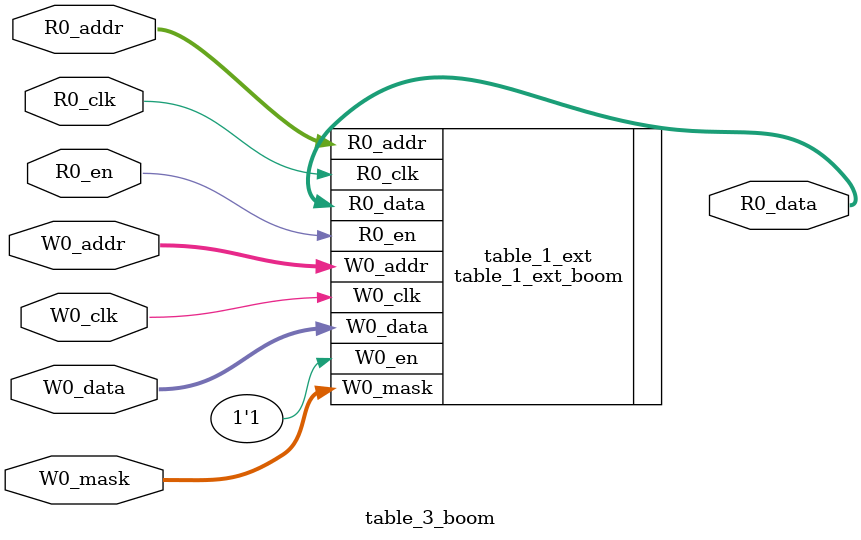
<source format=sv>
`ifndef RANDOMIZE
  `ifdef RANDOMIZE_REG_INIT
    `define RANDOMIZE
  `endif // RANDOMIZE_REG_INIT
`endif // not def RANDOMIZE
`ifndef RANDOMIZE
  `ifdef RANDOMIZE_MEM_INIT
    `define RANDOMIZE
  `endif // RANDOMIZE_MEM_INIT
`endif // not def RANDOMIZE

`ifndef RANDOM
  `define RANDOM $random
`endif // not def RANDOM

// Users can define 'PRINTF_COND' to add an extra gate to prints.
`ifndef PRINTF_COND_
  `ifdef PRINTF_COND
    `define PRINTF_COND_ (`PRINTF_COND)
  `else  // PRINTF_COND
    `define PRINTF_COND_ 1
  `endif // PRINTF_COND
`endif // not def PRINTF_COND_

// Users can define 'ASSERT_VERBOSE_COND' to add an extra gate to assert error printing.
`ifndef ASSERT_VERBOSE_COND_
  `ifdef ASSERT_VERBOSE_COND
    `define ASSERT_VERBOSE_COND_ (`ASSERT_VERBOSE_COND)
  `else  // ASSERT_VERBOSE_COND
    `define ASSERT_VERBOSE_COND_ 1
  `endif // ASSERT_VERBOSE_COND
`endif // not def ASSERT_VERBOSE_COND_

// Users can define 'STOP_COND' to add an extra gate to stop conditions.
`ifndef STOP_COND_
  `ifdef STOP_COND
    `define STOP_COND_ (`STOP_COND)
  `else  // STOP_COND
    `define STOP_COND_ 1
  `endif // STOP_COND
`endif // not def STOP_COND_

// Users can define INIT_RANDOM as general code that gets injected into the
// initializer block for modules with registers.
`ifndef INIT_RANDOM
  `define INIT_RANDOM
`endif // not def INIT_RANDOM

// If using random initialization, you can also define RANDOMIZE_DELAY to
// customize the delay used, otherwise 0.002 is used.
`ifndef RANDOMIZE_DELAY
  `define RANDOMIZE_DELAY 0.002
`endif // not def RANDOMIZE_DELAY

// Define INIT_RANDOM_PROLOG_ for use in our modules below.
`ifndef INIT_RANDOM_PROLOG_
  `ifdef RANDOMIZE
    `ifdef VERILATOR
      `define INIT_RANDOM_PROLOG_ `INIT_RANDOM
    `else  // VERILATOR
      `define INIT_RANDOM_PROLOG_ `INIT_RANDOM #`RANDOMIZE_DELAY begin end
    `endif // VERILATOR
  `else  // RANDOMIZE
    `define INIT_RANDOM_PROLOG_
  `endif // RANDOMIZE
`endif // not def INIT_RANDOM_PROLOG_

module table_3_boom(	// @[tage.scala:91:27]
  input  [6:0]  R0_addr,
  input         R0_en,
                R0_clk,
  input  [6:0]  W0_addr,
  input         W0_clk,
  input  [51:0] W0_data,
  input  [3:0]  W0_mask,
  output [51:0] R0_data
);

  table_1_ext_boom table_1_ext (	// @[tage.scala:91:27]
    .R0_addr (R0_addr),
    .R0_en   (R0_en),
    .R0_clk  (R0_clk),
    .W0_addr (W0_addr),
    .W0_en   (1'h1),
    .W0_clk  (W0_clk),
    .W0_data (W0_data),
    .W0_mask (W0_mask),
    .R0_data (R0_data)
  );
endmodule


</source>
